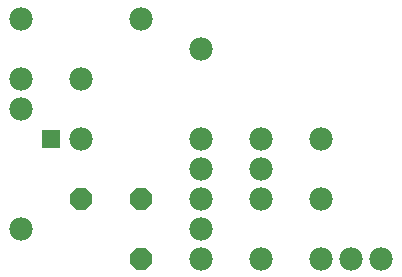
<source format=gts>
G75*
%MOIN*%
%OFA0B0*%
%FSLAX25Y25*%
%IPPOS*%
%LPD*%
%AMOC8*
5,1,8,0,0,1.08239X$1,22.5*
%
%ADD10OC8,0.07296*%
%ADD11C,0.07800*%
%ADD12R,0.06343X0.06343*%
D10*
X0061000Y0041000D03*
X0061000Y0061000D03*
X0041000Y0061000D03*
D11*
X0021000Y0051000D03*
X0041000Y0081000D03*
X0021000Y0091000D03*
X0021000Y0101000D03*
X0041000Y0101000D03*
X0021000Y0121000D03*
X0061000Y0121000D03*
X0081000Y0111000D03*
X0081000Y0081000D03*
X0081000Y0071000D03*
X0081000Y0061000D03*
X0081000Y0051000D03*
X0081000Y0041000D03*
X0101000Y0041000D03*
X0121000Y0041000D03*
X0131000Y0041000D03*
X0141000Y0041000D03*
X0121000Y0061000D03*
X0101000Y0061000D03*
X0101000Y0071000D03*
X0101000Y0081000D03*
X0121000Y0081000D03*
D12*
X0031000Y0081000D03*
M02*

</source>
